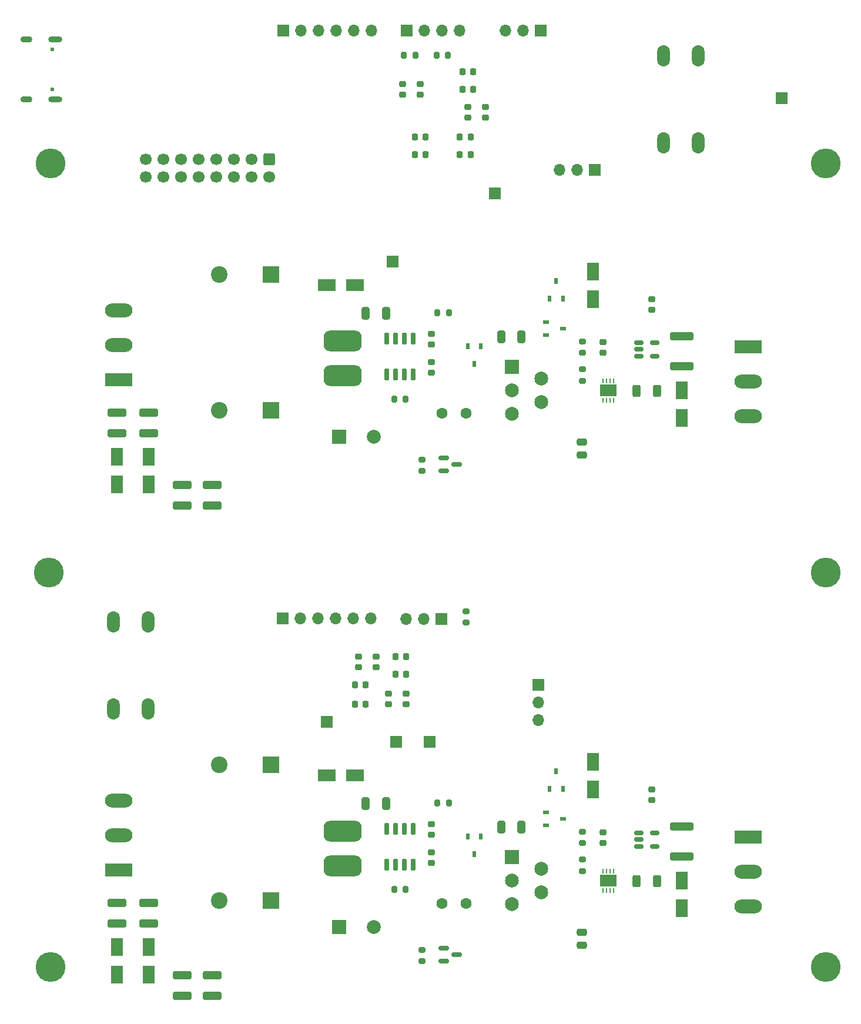
<source format=gts>
%TF.GenerationSoftware,KiCad,Pcbnew,(6.0.7)*%
%TF.CreationDate,2022-10-24T22:46:20-04:00*%
%TF.ProjectId,LabPowerSupply,4c616250-6f77-4657-9253-7570706c792e,rev?*%
%TF.SameCoordinates,Original*%
%TF.FileFunction,Soldermask,Top*%
%TF.FilePolarity,Negative*%
%FSLAX46Y46*%
G04 Gerber Fmt 4.6, Leading zero omitted, Abs format (unit mm)*
G04 Created by KiCad (PCBNEW (6.0.7)) date 2022-10-24 22:46:20*
%MOMM*%
%LPD*%
G01*
G04 APERTURE LIST*
G04 Aperture macros list*
%AMRoundRect*
0 Rectangle with rounded corners*
0 $1 Rounding radius*
0 $2 $3 $4 $5 $6 $7 $8 $9 X,Y pos of 4 corners*
0 Add a 4 corners polygon primitive as box body*
4,1,4,$2,$3,$4,$5,$6,$7,$8,$9,$2,$3,0*
0 Add four circle primitives for the rounded corners*
1,1,$1+$1,$2,$3*
1,1,$1+$1,$4,$5*
1,1,$1+$1,$6,$7*
1,1,$1+$1,$8,$9*
0 Add four rect primitives between the rounded corners*
20,1,$1+$1,$2,$3,$4,$5,0*
20,1,$1+$1,$4,$5,$6,$7,0*
20,1,$1+$1,$6,$7,$8,$9,0*
20,1,$1+$1,$8,$9,$2,$3,0*%
G04 Aperture macros list end*
%ADD10C,1.600000*%
%ADD11RoundRect,0.250000X1.450000X-0.312500X1.450000X0.312500X-1.450000X0.312500X-1.450000X-0.312500X0*%
%ADD12RoundRect,0.225000X0.225000X0.250000X-0.225000X0.250000X-0.225000X-0.250000X0.225000X-0.250000X0*%
%ADD13R,1.700000X1.700000*%
%ADD14O,1.700000X1.700000*%
%ADD15R,0.250000X0.700000*%
%ADD16R,2.380000X1.660000*%
%ADD17R,2.500000X1.800000*%
%ADD18RoundRect,0.225000X-0.225000X-0.250000X0.225000X-0.250000X0.225000X0.250000X-0.225000X0.250000X0*%
%ADD19R,3.960000X1.980000*%
%ADD20O,3.960000X1.980000*%
%ADD21R,1.800000X2.500000*%
%ADD22RoundRect,0.250000X-1.100000X0.325000X-1.100000X-0.325000X1.100000X-0.325000X1.100000X0.325000X0*%
%ADD23R,2.400000X2.400000*%
%ADD24C,2.400000*%
%ADD25RoundRect,0.250000X0.325000X0.650000X-0.325000X0.650000X-0.325000X-0.650000X0.325000X-0.650000X0*%
%ADD26RoundRect,0.225000X-0.250000X0.225000X-0.250000X-0.225000X0.250000X-0.225000X0.250000X0.225000X0*%
%ADD27R,0.600000X0.850000*%
%ADD28RoundRect,0.200000X0.200000X0.275000X-0.200000X0.275000X-0.200000X-0.275000X0.200000X-0.275000X0*%
%ADD29R,0.850000X0.600000*%
%ADD30RoundRect,0.250000X0.475000X-0.250000X0.475000X0.250000X-0.475000X0.250000X-0.475000X-0.250000X0*%
%ADD31RoundRect,0.225000X0.250000X-0.225000X0.250000X0.225000X-0.250000X0.225000X-0.250000X-0.225000X0*%
%ADD32RoundRect,0.200000X-0.200000X-0.275000X0.200000X-0.275000X0.200000X0.275000X-0.200000X0.275000X0*%
%ADD33RoundRect,0.150000X-0.587500X-0.150000X0.587500X-0.150000X0.587500X0.150000X-0.587500X0.150000X0*%
%ADD34RoundRect,0.150000X0.150000X-0.725000X0.150000X0.725000X-0.150000X0.725000X-0.150000X-0.725000X0*%
%ADD35R,2.000000X2.000000*%
%ADD36C,2.000000*%
%ADD37RoundRect,0.200000X-0.275000X0.200000X-0.275000X-0.200000X0.275000X-0.200000X0.275000X0.200000X0*%
%ADD38RoundRect,0.200000X0.275000X-0.200000X0.275000X0.200000X-0.275000X0.200000X-0.275000X-0.200000X0*%
%ADD39O,1.850000X3.048000*%
%ADD40R,1.995000X1.995000*%
%ADD41C,1.995000*%
%ADD42C,4.300000*%
%ADD43RoundRect,0.150000X-0.512500X-0.150000X0.512500X-0.150000X0.512500X0.150000X-0.512500X0.150000X0*%
%ADD44RoundRect,0.250000X-0.312500X-0.625000X0.312500X-0.625000X0.312500X0.625000X-0.312500X0.625000X0*%
%ADD45RoundRect,0.999000X-1.751000X0.501000X-1.751000X-0.501000X1.751000X-0.501000X1.751000X0.501000X0*%
%ADD46RoundRect,0.250000X-0.600000X0.600000X-0.600000X-0.600000X0.600000X-0.600000X0.600000X0.600000X0*%
%ADD47C,1.700000*%
%ADD48C,0.600000*%
%ADD49O,2.000000X0.900000*%
%ADD50O,1.700000X0.900000*%
G04 APERTURE END LIST*
D10*
%TO.C,C2_SVR1*%
X101219000Y-89789000D03*
X97719000Y-89789000D03*
%TD*%
D11*
%TO.C,F_CS1*%
X132324000Y-82997500D03*
X132324000Y-78722500D03*
%TD*%
D12*
%TO.C,C5_Power2*%
X86767000Y-128905000D03*
X85217000Y-128905000D03*
%TD*%
D13*
%TO.C,J_Boot1*%
X111974000Y-34671000D03*
D14*
X109434000Y-34671000D03*
X106894000Y-34671000D03*
%TD*%
D15*
%TO.C,Linear1_1*%
X122465000Y-85114500D03*
X121965000Y-85114500D03*
X121465000Y-85114500D03*
X120965000Y-85114500D03*
X120965000Y-87914500D03*
X121465000Y-87914500D03*
X121965000Y-87914500D03*
X122465000Y-87914500D03*
D16*
X121715000Y-86514500D03*
%TD*%
D13*
%TO.C,ADC342_1*%
X119746000Y-54737000D03*
D14*
X117206000Y-54737000D03*
X114666000Y-54737000D03*
%TD*%
D17*
%TO.C,D_SVR1*%
X81185000Y-71374000D03*
X85185000Y-71374000D03*
%TD*%
D18*
%TO.C,C6_Power1*%
X100698000Y-43180000D03*
X102248000Y-43180000D03*
%TD*%
D19*
%TO.C,Output1*%
X141839000Y-80264000D03*
D20*
X141839000Y-85264000D03*
X141839000Y-90264000D03*
%TD*%
D21*
%TO.C,D2_CP2*%
X50927000Y-170670323D03*
X50927000Y-166670323D03*
%TD*%
D22*
%TO.C,C3_CP2*%
X60325000Y-170737000D03*
X60325000Y-173687000D03*
%TD*%
D21*
%TO.C,D1_CP2*%
X55499000Y-166670323D03*
X55499000Y-170670323D03*
%TD*%
D13*
%TO.C,D1_2*%
X91186000Y-137160000D03*
%TD*%
D23*
%TO.C,C1_BR2*%
X73152000Y-140462000D03*
D24*
X65652000Y-140462000D03*
%TD*%
D21*
%TO.C,D_LVR2*%
X119556000Y-144015500D03*
X119556000Y-140015500D03*
%TD*%
D25*
%TO.C,C3_LVR2*%
X109220000Y-149381500D03*
X106270000Y-149381500D03*
%TD*%
D21*
%TO.C,D_LVR1*%
X119556000Y-73403500D03*
X119556000Y-69403500D03*
%TD*%
D26*
%TO.C,C3_SVR1*%
X96266000Y-82410000D03*
X96266000Y-83960000D03*
%TD*%
D22*
%TO.C,C1_CP1*%
X55499000Y-89711000D03*
X55499000Y-92661000D03*
%TD*%
D27*
%TO.C,Q1_LVR1*%
X113272000Y-73286500D03*
X115172000Y-73286500D03*
X114222000Y-70786500D03*
%TD*%
D28*
%TO.C,R_I2C1*%
X98615000Y-38227000D03*
X96965000Y-38227000D03*
%TD*%
D13*
%TO.C,D2_2*%
X81153000Y-134239000D03*
%TD*%
%TO.C,J_Boot2*%
X97648000Y-119405000D03*
D14*
X95108000Y-119405000D03*
X92568000Y-119405000D03*
%TD*%
D11*
%TO.C,F_CS2*%
X132324000Y-153609500D03*
X132324000Y-149334500D03*
%TD*%
D29*
%TO.C,Q2_LVR1*%
X112718000Y-76674500D03*
X112718000Y-78574500D03*
X115218000Y-77624500D03*
%TD*%
D30*
%TO.C,C1_LVR2*%
X117905000Y-166460500D03*
X117905000Y-164560500D03*
%TD*%
D21*
%TO.C,D1_CP1*%
X55499000Y-96058323D03*
X55499000Y-100058323D03*
%TD*%
D31*
%TO.C,C4_LVR1*%
X120953000Y-81068500D03*
X120953000Y-79518500D03*
%TD*%
D23*
%TO.C,C1_BR1*%
X73152000Y-69850000D03*
D24*
X65652000Y-69850000D03*
%TD*%
D26*
%TO.C,C7_Power1*%
X101473000Y-45694000D03*
X101473000Y-47244000D03*
%TD*%
D32*
%TO.C,R5_SVR1*%
X97092000Y-75311000D03*
X98742000Y-75311000D03*
%TD*%
D27*
%TO.C,Q3_LVR1*%
X103361000Y-80184500D03*
X101461000Y-80184500D03*
X102411000Y-82684500D03*
%TD*%
D26*
%TO.C,C3_SVR2*%
X96266000Y-153022000D03*
X96266000Y-154572000D03*
%TD*%
%TO.C,C8_Power2*%
X90043000Y-130162000D03*
X90043000Y-131712000D03*
%TD*%
D25*
%TO.C,C3_LVR1*%
X109220000Y-78769500D03*
X106270000Y-78769500D03*
%TD*%
D13*
%TO.C,ADC342_2*%
X111633000Y-128920000D03*
D14*
X111633000Y-131460000D03*
X111633000Y-134000000D03*
%TD*%
D33*
%TO.C,Q1_CP1*%
X97995500Y-98105000D03*
X97995500Y-96205000D03*
X99870500Y-97155000D03*
%TD*%
D34*
%TO.C,Switching1*%
X89789000Y-84236000D03*
X91059000Y-84236000D03*
X92329000Y-84236000D03*
X93599000Y-84236000D03*
X93599000Y-79086000D03*
X92329000Y-79086000D03*
X91059000Y-79086000D03*
X89789000Y-79086000D03*
%TD*%
D23*
%TO.C,C2_BR2*%
X73152000Y-160020000D03*
D24*
X65652000Y-160020000D03*
%TD*%
D35*
%TO.C,C5_CP2*%
X82976323Y-163830000D03*
D36*
X87976323Y-163830000D03*
%TD*%
D31*
%TO.C,C4_LVR2*%
X120953000Y-151680500D03*
X120953000Y-150130500D03*
%TD*%
D18*
%TO.C,C7_Power2*%
X91046000Y-127381000D03*
X92596000Y-127381000D03*
%TD*%
D12*
%TO.C,C5_Power1*%
X95403000Y-52578000D03*
X93853000Y-52578000D03*
%TD*%
D22*
%TO.C,C4_CP1*%
X64643000Y-100125000D03*
X64643000Y-103075000D03*
%TD*%
D37*
%TO.C,R_CP1*%
X94869000Y-96457000D03*
X94869000Y-98107000D03*
%TD*%
D32*
%TO.C,R1_SVR1*%
X90869000Y-87757000D03*
X92519000Y-87757000D03*
%TD*%
D38*
%TO.C,R12_LVR1*%
X118032000Y-85117500D03*
X118032000Y-83467500D03*
%TD*%
D15*
%TO.C,Linear1_2*%
X122465000Y-155726500D03*
X121965000Y-155726500D03*
X121465000Y-155726500D03*
X120965000Y-155726500D03*
X120965000Y-158526500D03*
X121465000Y-158526500D03*
X121965000Y-158526500D03*
X122465000Y-158526500D03*
D16*
X121715000Y-157126500D03*
%TD*%
D39*
%TO.C,SW_Reset1*%
X134707000Y-50837000D03*
X134707000Y-38337000D03*
X129707000Y-50837000D03*
X129707000Y-38337000D03*
%TD*%
D12*
%TO.C,C10_Power1*%
X95390000Y-50038000D03*
X93840000Y-50038000D03*
%TD*%
D22*
%TO.C,C4_CP2*%
X64643000Y-170737000D03*
X64643000Y-173687000D03*
%TD*%
D32*
%TO.C,R5_SVR2*%
X97092000Y-145923000D03*
X98742000Y-145923000D03*
%TD*%
D27*
%TO.C,Q3_LVR2*%
X103361000Y-150796500D03*
X101461000Y-150796500D03*
X102411000Y-153296500D03*
%TD*%
D23*
%TO.C,C2_BR1*%
X73152000Y-89408000D03*
D24*
X65652000Y-89408000D03*
%TD*%
D12*
%TO.C,C8_Power1*%
X101867000Y-50038000D03*
X100317000Y-50038000D03*
%TD*%
D22*
%TO.C,C2_CP1*%
X50927000Y-89711000D03*
X50927000Y-92661000D03*
%TD*%
D26*
%TO.C,C_CUR1*%
X128016000Y-73393000D03*
X128016000Y-74943000D03*
%TD*%
D13*
%TO.C,D2_1*%
X146685000Y-44450000D03*
%TD*%
D19*
%TO.C,Input1*%
X51191000Y-84963000D03*
D20*
X51191000Y-79963000D03*
X51191000Y-74963000D03*
%TD*%
D31*
%TO.C,C4_SVR2*%
X96266000Y-150508000D03*
X96266000Y-148958000D03*
%TD*%
D40*
%TO.C,Linear2*%
X107844000Y-153726000D03*
D41*
X112035000Y-155426000D03*
X107844000Y-157126000D03*
X112035000Y-158826000D03*
X107844000Y-160526000D03*
%TD*%
D32*
%TO.C,R1_SVR2*%
X90869000Y-158369000D03*
X92519000Y-158369000D03*
%TD*%
D19*
%TO.C,Input2*%
X51191000Y-155575000D03*
D20*
X51191000Y-150575000D03*
X51191000Y-145575000D03*
%TD*%
D38*
%TO.C,R11_LVR1*%
X118032000Y-81118500D03*
X118032000Y-79468500D03*
%TD*%
D22*
%TO.C,C3_CP1*%
X60325000Y-100125000D03*
X60325000Y-103075000D03*
%TD*%
D42*
%TO.C,REF\u002A\u002A*%
X41148000Y-112776000D03*
%TD*%
%TO.C,REF\u002A\u002A*%
X41402000Y-169545000D03*
%TD*%
D37*
%TO.C,R2_Boot2*%
X101219000Y-118301000D03*
X101219000Y-119951000D03*
%TD*%
D33*
%TO.C,Q1_CP2*%
X97995500Y-168717000D03*
X97995500Y-166817000D03*
X99870500Y-167767000D03*
%TD*%
D10*
%TO.C,C2_SVR2*%
X101219000Y-160401000D03*
X97719000Y-160401000D03*
%TD*%
D43*
%TO.C,CurrentSense2*%
X126106500Y-150268000D03*
X126106500Y-151218000D03*
X126106500Y-152168000D03*
X128381500Y-152168000D03*
X128381500Y-150268000D03*
%TD*%
D35*
%TO.C,C5_CP1*%
X82976323Y-93218000D03*
D36*
X87976323Y-93218000D03*
%TD*%
D22*
%TO.C,C1_CP2*%
X55499000Y-160323000D03*
X55499000Y-163273000D03*
%TD*%
D42*
%TO.C,REF\u002A\u002A*%
X153035000Y-112776000D03*
%TD*%
D43*
%TO.C,CurrentSense1*%
X126106500Y-79656000D03*
X126106500Y-80606000D03*
X126106500Y-81556000D03*
X128381500Y-81556000D03*
X128381500Y-79656000D03*
%TD*%
D21*
%TO.C,D2_CP1*%
X50927000Y-100058323D03*
X50927000Y-96058323D03*
%TD*%
D31*
%TO.C,C6_Power2*%
X88265000Y-126378000D03*
X88265000Y-124828000D03*
%TD*%
%TO.C,C9_Power1*%
X94615000Y-43955000D03*
X94615000Y-42405000D03*
%TD*%
D13*
%TO.C,A1_1*%
X105410000Y-58166000D03*
%TD*%
D44*
%TO.C,R1_CS1*%
X125791500Y-86575000D03*
X128716500Y-86575000D03*
%TD*%
D25*
%TO.C,C1_SVR1*%
X89740000Y-75438000D03*
X86790000Y-75438000D03*
%TD*%
D45*
%TO.C,L_SVR1*%
X83439000Y-79415000D03*
X83439000Y-84415000D03*
%TD*%
D26*
%TO.C,C_CUR2*%
X128016000Y-144005000D03*
X128016000Y-145555000D03*
%TD*%
D30*
%TO.C,C1_LVR1*%
X117905000Y-95848500D03*
X117905000Y-93948500D03*
%TD*%
D44*
%TO.C,R1_CS2*%
X125791500Y-157187000D03*
X128716500Y-157187000D03*
%TD*%
D38*
%TO.C,R11_LVR2*%
X118032000Y-151730500D03*
X118032000Y-150080500D03*
%TD*%
D31*
%TO.C,C4_SVR1*%
X96266000Y-79896000D03*
X96266000Y-78346000D03*
%TD*%
D40*
%TO.C,Linear1*%
X107844000Y-83114000D03*
D41*
X112035000Y-84814000D03*
X107844000Y-86514000D03*
X112035000Y-88214000D03*
X107844000Y-89914000D03*
%TD*%
D26*
%TO.C,C2_Power1*%
X104013000Y-45707000D03*
X104013000Y-47257000D03*
%TD*%
D25*
%TO.C,C1_SVR2*%
X89740000Y-146050000D03*
X86790000Y-146050000D03*
%TD*%
D42*
%TO.C,REF\u002A\u002A*%
X41402000Y-53848000D03*
%TD*%
D13*
%TO.C,D1_1*%
X90678000Y-67945000D03*
%TD*%
D19*
%TO.C,Output2*%
X141839000Y-150876000D03*
D20*
X141839000Y-155876000D03*
X141839000Y-160876000D03*
%TD*%
D13*
%TO.C,J_STLink1*%
X74930000Y-34671000D03*
D14*
X77470000Y-34671000D03*
X80010000Y-34671000D03*
X82550000Y-34671000D03*
X85090000Y-34671000D03*
X87630000Y-34671000D03*
%TD*%
D22*
%TO.C,C2_CP2*%
X50927000Y-160323000D03*
X50927000Y-163273000D03*
%TD*%
D13*
%TO.C,A1_2*%
X96012000Y-137160000D03*
%TD*%
D38*
%TO.C,R12_LVR2*%
X118032000Y-155729500D03*
X118032000Y-154079500D03*
%TD*%
D46*
%TO.C,Front_Panel1*%
X72898000Y-53213000D03*
D47*
X72898000Y-55753000D03*
X70358000Y-53213000D03*
X70358000Y-55753000D03*
X67818000Y-53213000D03*
X67818000Y-55753000D03*
X65278000Y-53213000D03*
X65278000Y-55753000D03*
X62738000Y-53213000D03*
X62738000Y-55753000D03*
X60198000Y-53213000D03*
X60198000Y-55753000D03*
X57658000Y-53213000D03*
X57658000Y-55753000D03*
X55118000Y-53213000D03*
X55118000Y-55753000D03*
%TD*%
D18*
%TO.C,C3_Power2*%
X91046000Y-124841000D03*
X92596000Y-124841000D03*
%TD*%
D42*
%TO.C,REF\u002A\u002A*%
X153035000Y-169545000D03*
%TD*%
D18*
%TO.C,C1_Power1*%
X100698000Y-40640000D03*
X102248000Y-40640000D03*
%TD*%
D29*
%TO.C,Q2_LVR2*%
X112718000Y-147286500D03*
X112718000Y-149186500D03*
X115218000Y-148236500D03*
%TD*%
D13*
%TO.C,J_I2C1*%
X92710000Y-34671000D03*
D14*
X95250000Y-34671000D03*
X97790000Y-34671000D03*
X100330000Y-34671000D03*
%TD*%
D28*
%TO.C,R_I2C2*%
X93916000Y-38227000D03*
X92266000Y-38227000D03*
%TD*%
D42*
%TO.C,REF\u002A\u002A*%
X153035000Y-53848000D03*
%TD*%
D13*
%TO.C,J_STLink2*%
X74803000Y-119380000D03*
D14*
X77343000Y-119380000D03*
X79883000Y-119380000D03*
X82423000Y-119380000D03*
X84963000Y-119380000D03*
X87503000Y-119380000D03*
%TD*%
D26*
%TO.C,C4_Power2*%
X92583000Y-130162000D03*
X92583000Y-131712000D03*
%TD*%
D39*
%TO.C,SW_Reset2*%
X50459000Y-132351000D03*
X50459000Y-119851000D03*
X55459000Y-119851000D03*
X55459000Y-132351000D03*
%TD*%
D17*
%TO.C,D_SVR2*%
X81185000Y-141986000D03*
X85185000Y-141986000D03*
%TD*%
D12*
%TO.C,C3_Power1*%
X101867000Y-52578000D03*
X100317000Y-52578000D03*
%TD*%
D31*
%TO.C,C4_Power1*%
X92075000Y-43955000D03*
X92075000Y-42405000D03*
%TD*%
D27*
%TO.C,Q1_LVR2*%
X113272000Y-143898500D03*
X115172000Y-143898500D03*
X114222000Y-141398500D03*
%TD*%
D21*
%TO.C,D_CS1*%
X132324000Y-86480000D03*
X132324000Y-90480000D03*
%TD*%
D31*
%TO.C,C2_Power2*%
X85725000Y-126378000D03*
X85725000Y-124828000D03*
%TD*%
D12*
%TO.C,C1_Power2*%
X86767000Y-131699000D03*
X85217000Y-131699000D03*
%TD*%
D34*
%TO.C,Switching2*%
X89789000Y-154848000D03*
X91059000Y-154848000D03*
X92329000Y-154848000D03*
X93599000Y-154848000D03*
X93599000Y-149698000D03*
X92329000Y-149698000D03*
X91059000Y-149698000D03*
X89789000Y-149698000D03*
%TD*%
D21*
%TO.C,D_CS2*%
X132324000Y-157092000D03*
X132324000Y-161092000D03*
%TD*%
D45*
%TO.C,L_SVR2*%
X83439000Y-150027000D03*
X83439000Y-155027000D03*
%TD*%
D37*
%TO.C,R_CP2*%
X94869000Y-167069000D03*
X94869000Y-168719000D03*
%TD*%
D48*
%TO.C,J_USB1*%
X41582000Y-43149000D03*
X41582000Y-37369000D03*
D49*
X42062000Y-44579000D03*
X42062000Y-35939000D03*
D50*
X37892000Y-35939000D03*
X37892000Y-44579000D03*
%TD*%
M02*

</source>
